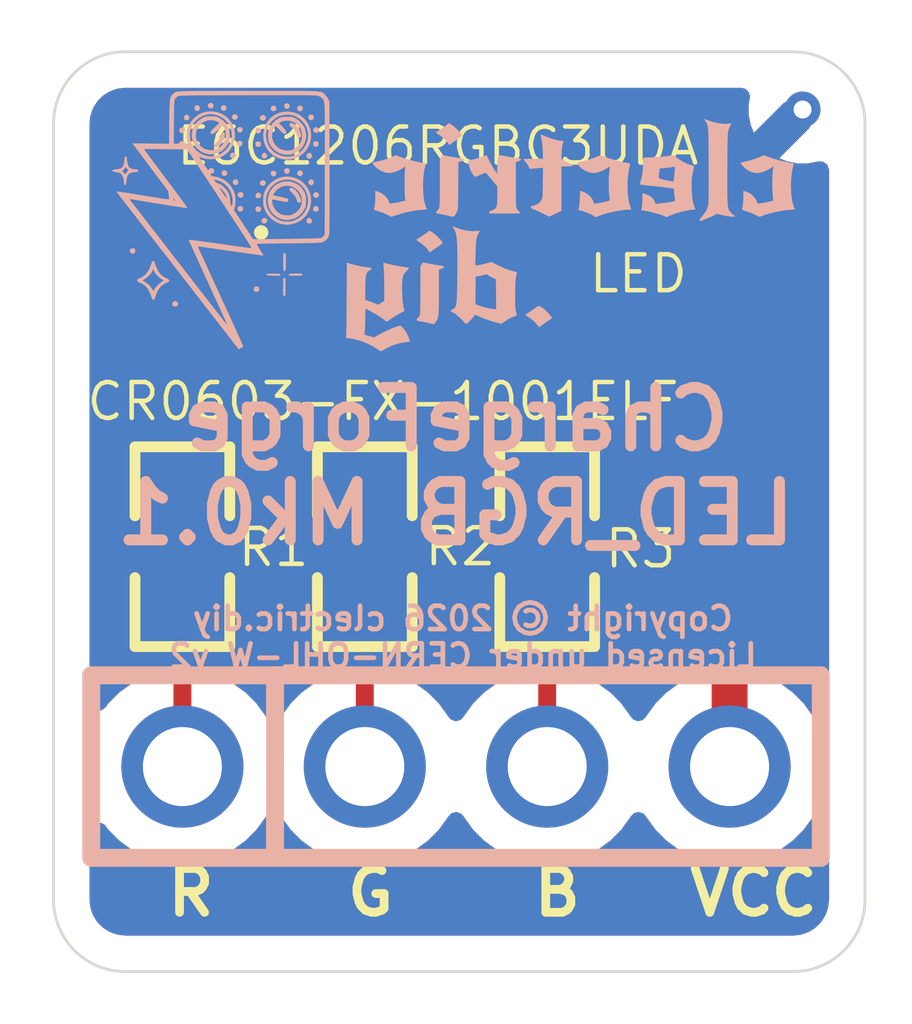
<source format=kicad_pcb>
(kicad_pcb (version 20241229) (generator "pcbnew") (generator_version "9.0")
  (title_block (title "ChargeForge LED_RGB") (date "2026-02-20") (rev "Mk 0.1") (company "clectric.diy") (comment 1 "Copyright © 2026 clectric.diy Licensed under CERN-OHL-W v2") (comment 2 "Charles H. Leggett"))
  (layers (0 "F.Cu" signal "Front") (2 "B.Cu" signal "Back") (13 "F.Paste" user) (15 "B.Paste" user) (5 "F.SilkS" user "F.Silkscreen") (7 "B.SilkS" user "B.Silkscreen") (1 "F.Mask" user) (3 "B.Mask" user) (25 "Edge.Cuts" user))
  (net 0 "")
  (net 1 "VCC")
  (net 2 "LED_GREEN")
  (net 3 "LED_RED")
  (net 4 "LED_BLUE")
  (net 5 "GND")
  (footprint "clectric-diy:R0603" (layer "F.Cu") (at 93.98 94.476 90)
    (property "Reference" "R1" (at -0.01 1.27 0) (layer "F.SilkS") (effects (font (size 0.5 0.5) (thickness 0.0625))))
    (property "Value" "CR0603-FX-1001ELF" (hide yes))
    (pad "1" smd rect (at -0.75 0 90) (size 0.81 0.86) (layers "F.Cu" "F.Mask" "F.Paste") (net 3 "LED_RED"))
    (pad "2" smd rect (at 0.75 0 90) (size 0.81 0.86) (layers "F.Cu" "F.Mask" "F.Paste") (net 3 "LED_RED"))
  )
  (footprint "clectric-diy:R0603" (layer "F.Cu") (at 99.06 94.476 90)
    (property "Reference" "R3" (at -0.03 1.3 0) (layer "F.SilkS") (effects (font (size 0.5 0.5) (thickness 0.0625))))
    (property "Value" "CR0603-FX-1001ELF" (hide yes))
    (pad "1" smd rect (at -0.75 0 90) (size 0.81 0.86) (layers "F.Cu" "F.Mask" "F.Paste") (net 4 "LED_BLUE"))
    (pad "2" smd rect (at 0.75 0 90) (size 0.81 0.86) (layers "F.Cu" "F.Mask" "F.Paste") (net 4 "LED_BLUE"))
  )
  (footprint "clectric-diy:R0603" (layer "F.Cu") (at 96.52 94.476 90)
    (property "Reference" "R2" (at 0 1.33 0) (layer "F.SilkS") (effects (font (size 0.5 0.5) (thickness 0.0625))))
    (property "Value" "CR0603-FX-1001ELF" (hide yes))
    (pad "1" smd rect (at -0.75 0 90) (size 0.81 0.86) (layers "F.Cu" "F.Mask" "F.Paste") (net 2 "LED_GREEN"))
    (pad "2" smd rect (at 0.75 0 90) (size 0.81 0.86) (layers "F.Cu" "F.Mask" "F.Paste") (net 2 "LED_GREEN"))
  )
  (footprint "TestPoint:TestPoint_THTPad_D1.0mm_Drill0.5mm" (layer "F.Cu") (at 102.616 88.392)
    (property "Reference" "TP1" (hide yes))
    (property "Value" "TestPoint" (hide yes))
    (pad "1" thru_hole circle (at 0 0) (size 0.5 0.5) (drill 0.25) (layers "*.Cu" "*.Mask") (net 5 "GND"))
  )
  (footprint "clectric-diy:E6C1206RGBC3UDA" (layer "F.Cu") (at 97.277 90.678)
    (property "Reference" "LED1" (hide yes))
    (property "Value" "E6C1206RGBC3UDA" (at 0.259 -1.778 0) (layer "F.SilkS") (effects (font (size 0.5 0.5) (thickness 0.0625))))
    (pad "1" smd rect (at -1.275 -0.525 90) (size 0.75 0.95) (layers "F.Cu" "F.Mask" "F.Paste") (net 2 "LED_GREEN"))
    (pad "2" smd rect (at 1.275 -0.525 90) (size 0.75 0.95) (layers "F.Cu" "F.Mask" "F.Paste") (net 1 "VCC"))
    (pad "3" smd rect (at -1.275 0.525 90) (size 0.75 0.95) (layers "F.Cu" "F.Mask" "F.Paste") (net 3 "LED_RED"))
    (pad "4" smd rect (at 1.275 0.525 90) (size 0.75 0.95) (layers "F.Cu" "F.Mask" "F.Paste") (net 4 "LED_BLUE"))
  )
  (footprint "clectric-diy:HDR-TH_4P-P2.54-V-M" (layer "B.Cu") (at 97.79 97.536)
    (property "Reference" "J1" (hide yes))
    (property "Value" "Conn_01x04_Pin" (hide yes))
    (pad "1" thru_hole circle (at -3.81 0) (size 1.7 1.7) (drill 1.100023) (layers "*.Cu" "*.Mask") (net 3 "LED_RED"))
    (pad "2" thru_hole circle (at -1.27 0) (size 1.7 1.7) (drill 1.100023) (layers "*.Cu" "*.Mask") (net 2 "LED_GREEN"))
    (pad "3" thru_hole circle (at 1.27 0) (size 1.7 1.7) (drill 1.100023) (layers "*.Cu" "*.Mask") (net 4 "LED_BLUE"))
    (pad "4" thru_hole circle (at 3.81 0) (size 1.7 1.7) (drill 1.100023) (layers "*.Cu" "*.Mask") (net 1 "VCC"))
  )
  (footprint "LOGO" (layer "B.Cu") (at 97.79 89.888704 180)
    (property "Reference" "G***" (hide yes))
    (property "Value" "LOGO" (hide yes))
  )
  (gr_arc (start 93.18541 100.388704) (mid 92.478303 100.095811) (end 92.18541 99.388704) (stroke (width 0.0381)) (layer "Edge.Cuts"))
  (gr_line (start 93.18541 87.588704) (end 102.48541 87.588704) (stroke (width 0.0381)) (layer "Edge.Cuts"))
  (gr_arc (start 92.18541 88.588704) (mid 92.478303 87.881597) (end 93.18541 87.588704) (stroke (width 0.0381)) (layer "Edge.Cuts"))
  (gr_arc (start 103.48541 99.388704) (mid 103.192517 100.095811) (end 102.48541 100.388704) (stroke (width 0.0381)) (layer "Edge.Cuts"))
  (gr_arc (start 102.48541 87.588704) (mid 103.192517 87.881597) (end 103.48541 88.588704) (stroke (width 0.0381)) (layer "Edge.Cuts"))
  (gr_line (start 102.48541 100.388704) (end 93.18541 100.388704) (stroke (width 0.0381)) (layer "Edge.Cuts"))
  (gr_line (start 92.18541 99.388704) (end 92.18541 88.588704) (stroke (width 0.0381)) (layer "Edge.Cuts"))
  (gr_line (start 103.48541 88.588704) (end 103.48541 99.388704) (stroke (width 0.0381)) (layer "Edge.Cuts"))
  (gr_text "VCC" (at 102.885 99.645 0) (layer "F.SilkS") (effects (font (size 0.6096 0.6096) (thickness 0.12192) (bold yes)) (justify right bottom)))
  (gr_text "LED" (at 100.33 90.678 0) (layer "F.SilkS") (effects (font (size 0.5 0.5) (thickness 0.0625))))
  (gr_text "G" (at 96.985 99.645 0) (layer "F.SilkS") (effects (font (size 0.6096 0.6096) (thickness 0.12192) (bold yes)) (justify right bottom)))
  (gr_text "R\n" (at 94.485 99.645 0) (layer "F.SilkS") (effects (font (size 0.6096 0.6096) (thickness 0.12192) (bold yes)) (justify right bottom)))
  (gr_text "CR0603-FX-1001ELF" (at 96.774 92.456 0) (layer "F.SilkS") (effects (font (size 0.5 0.5) (thickness 0.0625))))
  (gr_text "B" (at 99.585 99.645 0) (layer "F.SilkS") (effects (font (size 0.6096 0.6096) (thickness 0.12192) (bold yes)) (justify right bottom)))
  (gr_text "ChargeForge\nLED_RGB Mk0.1" (at 97.78541 94.488704 0) (layer "B.SilkS") (effects (font (size 0.8128 0.8128) (thickness 0.1524) (bold yes)) (justify bottom mirror)))
  (gr_text "Copyright © 2026 clectric.diy\nLicensed under CERN-OHL-W v2" (at 97.88541 96.188704 0) (layer "B.SilkS") (effects (font (size 0.32512 0.32512) (thickness 0.065024) (bold yes)) (justify bottom mirror)))
  (segment (start 98.789 90.153) (end 101.6 92.964) (width 0.5) (layer "F.Cu") (net 1))
  (segment (start 101.6 92.964) (end 101.6 97.536) (width 0.5) (layer "F.Cu") (net 1))
  (segment (start 98.552 90.153) (end 98.789 90.153) (width 0.2) (layer "F.Cu") (net 1))
  (segment (start 96.68 93.566) (end 96.52 93.726) (width 0.25) (layer "F.Cu") (net 2))
  (segment (start 96.208 90.153) (end 96.68 90.625) (width 0.25) (layer "F.Cu") (net 2))
  (segment (start 96.002 90.153) (end 96.208 90.153) (width 0.15) (layer "F.Cu") (net 2))
  (segment (start 96.68 90.625) (end 96.68 93.566) (width 0.25) (layer "F.Cu") (net 2))
  (segment (start 96.52 95.226) (end 96.52 97.536) (width 0.25) (layer "F.Cu") (net 2))
  (segment (start 93.98 93.225) (end 93.98 93.726) (width 0.25) (layer "F.Cu") (net 3))
  (segment (start 93.98 95.226) (end 93.98 97.536) (width 0.25) (layer "F.Cu") (net 3))
  (segment (start 93.98 93.716) (end 93.98 93.726) (width 0.2) (layer "F.Cu") (net 3))
  (segment (start 96.002 91.203) (end 93.98 93.225) (width 0.25) (layer "F.Cu") (net 3))
  (segment (start 98.552 93.218) (end 99.06 93.726) (width 0.25) (layer "F.Cu") (net 4))
  (segment (start 99.06 95.226) (end 99.06 97.536) (width 0.25) (layer "F.Cu") (net 4))
  (segment (start 98.552 91.203) (end 98.552 93.218) (width 0.25) (layer "F.Cu") (net 4))
  (segment (start 99.06 93.98) (end 99.185 94.105) (width 0.2) (layer "F.Cu") (net 4))
  (zone (net 5) (net_name "GND") (layer "F.Cu") (connect_pads (clearance 0.5)) (min_thickness 0.25) (fill yes (thermal_gap 0.5) (thermal_bridge_width 0.5) (island_removal_mode 1) (island_area_min 10))
    (polygon (pts (xy 91.44 86.868) (xy 104.14 86.868) (xy 104.14 101.108) (xy 91.44 101.108)))
  )
  (zone (net 5) (net_name "GND") (layer "B.Cu") (connect_pads (clearance 0.5)) (min_thickness 0.25) (fill yes (thermal_gap 0.5) (thermal_bridge_width 0.5) (island_removal_mode 1) (island_area_min 10))
    (polygon (pts (xy 104.14 86.88032) (xy 91.44 86.88032) (xy 91.44 101.12032) (xy 104.14 101.12032)))
  )
)
</source>
